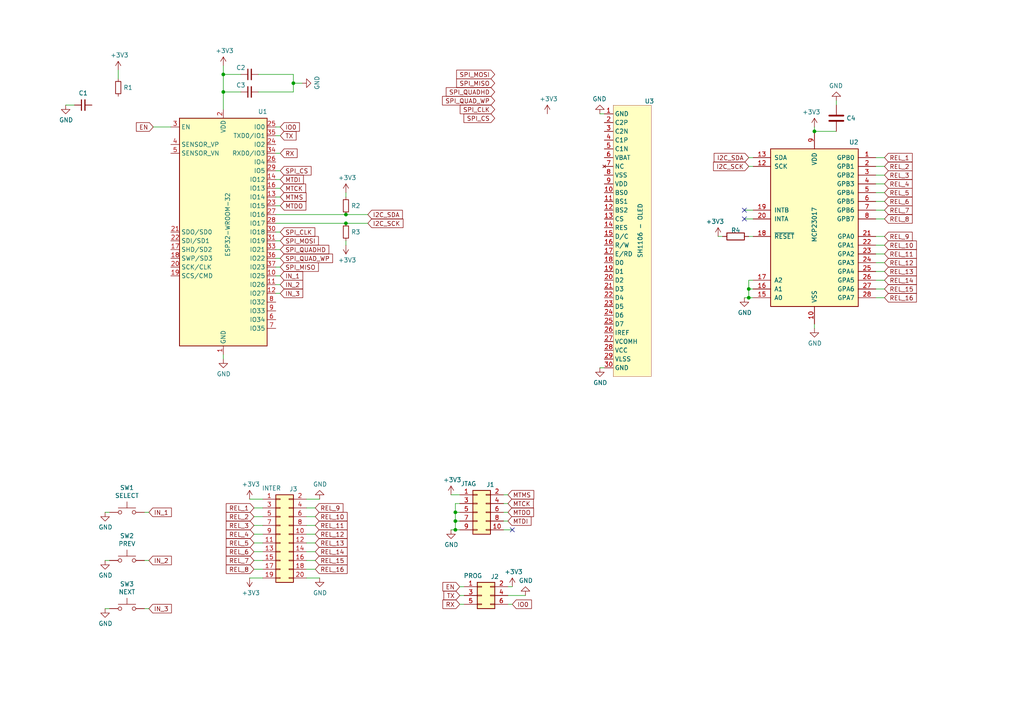
<source format=kicad_sch>
(kicad_sch (version 20210126) (generator eeschema)
  (paper "A4")
  (lib_symbols
    (symbol "Connector_Generic:Conn_02x03_Odd_Even" (pin_names (offset 1.016) hide)
      (property "Reference" "J" (at 1.27 5.08 0))
      (property "Value" "Conn_02x03_Odd_Even" (at 1.27 -5.08 0))
      (symbol "Conn_02x03_Odd_Even_1_1"
        (rectangle (start -1.27 -2.413) (end 0 -2.667) (stroke (width 0.1524)))
        (rectangle (start -1.27 2.667) (end 0 2.413) (stroke (width 0.1524)))
        (rectangle (start -1.27 3.81) (end 3.81 -3.81) (stroke (width 0.254)) (fill (type background)))
        (rectangle (start -1.27 0.127) (end 0 -0.127) (stroke (width 0.1524)))
        (rectangle (start 3.81 -2.413) (end 2.54 -2.667) (stroke (width 0.1524)))
        (rectangle (start 3.81 2.667) (end 2.54 2.413) (stroke (width 0.1524)))
        (rectangle (start 3.81 0.127) (end 2.54 -0.127) (stroke (width 0.1524)))
        (pin passive line (at -5.08 2.54 0) (length 3.81) (name "Pin_1") (number "1"))
        (pin passive line (at 7.62 2.54 180) (length 3.81) (name "Pin_2") (number "2"))
        (pin passive line (at -5.08 0 0) (length 3.81) (name "Pin_3") (number "3"))
        (pin passive line (at 7.62 0 180) (length 3.81) (name "Pin_4") (number "4"))
        (pin passive line (at -5.08 -2.54 0) (length 3.81) (name "Pin_5") (number "5"))
        (pin passive line (at 7.62 -2.54 180) (length 3.81) (name "Pin_6") (number "6"))
      )
    )
    (symbol "Connector_Generic:Conn_02x05_Odd_Even" (pin_names (offset 1.016) hide)
      (property "Reference" "J" (at 1.27 7.62 0))
      (property "Value" "Conn_02x05_Odd_Even" (at 1.27 -7.62 0))
      (symbol "Conn_02x05_Odd_Even_1_1"
        (rectangle (start -1.27 -4.953) (end 0 -5.207) (stroke (width 0.1524)))
        (rectangle (start -1.27 -2.413) (end 0 -2.667) (stroke (width 0.1524)))
        (rectangle (start -1.27 2.667) (end 0 2.413) (stroke (width 0.1524)))
        (rectangle (start -1.27 5.207) (end 0 4.953) (stroke (width 0.1524)))
        (rectangle (start -1.27 6.35) (end 3.81 -6.35) (stroke (width 0.254)) (fill (type background)))
        (rectangle (start -1.27 0.127) (end 0 -0.127) (stroke (width 0.1524)))
        (rectangle (start 3.81 -4.953) (end 2.54 -5.207) (stroke (width 0.1524)))
        (rectangle (start 3.81 -2.413) (end 2.54 -2.667) (stroke (width 0.1524)))
        (rectangle (start 3.81 2.667) (end 2.54 2.413) (stroke (width 0.1524)))
        (rectangle (start 3.81 5.207) (end 2.54 4.953) (stroke (width 0.1524)))
        (rectangle (start 3.81 0.127) (end 2.54 -0.127) (stroke (width 0.1524)))
        (pin passive line (at -5.08 5.08 0) (length 3.81) (name "Pin_1") (number "1"))
        (pin passive line (at 7.62 -5.08 180) (length 3.81) (name "Pin_10") (number "10"))
        (pin passive line (at 7.62 5.08 180) (length 3.81) (name "Pin_2") (number "2"))
        (pin passive line (at -5.08 2.54 0) (length 3.81) (name "Pin_3") (number "3"))
        (pin passive line (at 7.62 2.54 180) (length 3.81) (name "Pin_4") (number "4"))
        (pin passive line (at -5.08 0 0) (length 3.81) (name "Pin_5") (number "5"))
        (pin passive line (at 7.62 0 180) (length 3.81) (name "Pin_6") (number "6"))
        (pin passive line (at -5.08 -2.54 0) (length 3.81) (name "Pin_7") (number "7"))
        (pin passive line (at 7.62 -2.54 180) (length 3.81) (name "Pin_8") (number "8"))
        (pin passive line (at -5.08 -5.08 0) (length 3.81) (name "Pin_9") (number "9"))
      )
    )
    (symbol "Connector_Generic:Conn_02x10_Odd_Even" (pin_names (offset 1.016) hide)
      (property "Reference" "J" (at 1.27 12.7 0))
      (property "Value" "Conn_02x10_Odd_Even" (at 1.27 -15.24 0))
      (symbol "Conn_02x10_Odd_Even_1_1"
        (rectangle (start -1.27 -4.953) (end 0 -5.207) (stroke (width 0.1524)))
        (rectangle (start -1.27 -7.493) (end 0 -7.747) (stroke (width 0.1524)))
        (rectangle (start -1.27 -10.033) (end 0 -10.287) (stroke (width 0.1524)))
        (rectangle (start -1.27 -12.573) (end 0 -12.827) (stroke (width 0.1524)))
        (rectangle (start -1.27 -2.413) (end 0 -2.667) (stroke (width 0.1524)))
        (rectangle (start -1.27 2.667) (end 0 2.413) (stroke (width 0.1524)))
        (rectangle (start -1.27 5.207) (end 0 4.953) (stroke (width 0.1524)))
        (rectangle (start -1.27 7.747) (end 0 7.493) (stroke (width 0.1524)))
        (rectangle (start -1.27 10.287) (end 0 10.033) (stroke (width 0.1524)))
        (rectangle (start -1.27 11.43) (end 3.81 -13.97) (stroke (width 0.254)) (fill (type background)))
        (rectangle (start -1.27 0.127) (end 0 -0.127) (stroke (width 0.1524)))
        (rectangle (start 3.81 -4.953) (end 2.54 -5.207) (stroke (width 0.1524)))
        (rectangle (start 3.81 -7.493) (end 2.54 -7.747) (stroke (width 0.1524)))
        (rectangle (start 3.81 -10.033) (end 2.54 -10.287) (stroke (width 0.1524)))
        (rectangle (start 3.81 -12.573) (end 2.54 -12.827) (stroke (width 0.1524)))
        (rectangle (start 3.81 -2.413) (end 2.54 -2.667) (stroke (width 0.1524)))
        (rectangle (start 3.81 2.667) (end 2.54 2.413) (stroke (width 0.1524)))
        (rectangle (start 3.81 5.207) (end 2.54 4.953) (stroke (width 0.1524)))
        (rectangle (start 3.81 7.747) (end 2.54 7.493) (stroke (width 0.1524)))
        (rectangle (start 3.81 10.287) (end 2.54 10.033) (stroke (width 0.1524)))
        (rectangle (start 3.81 0.127) (end 2.54 -0.127) (stroke (width 0.1524)))
        (pin passive line (at -5.08 10.16 0) (length 3.81) (name "Pin_1") (number "1"))
        (pin passive line (at 7.62 0 180) (length 3.81) (name "Pin_10") (number "10"))
        (pin passive line (at -5.08 -2.54 0) (length 3.81) (name "Pin_11") (number "11"))
        (pin passive line (at 7.62 -2.54 180) (length 3.81) (name "Pin_12") (number "12"))
        (pin passive line (at -5.08 -5.08 0) (length 3.81) (name "Pin_13") (number "13"))
        (pin passive line (at 7.62 -5.08 180) (length 3.81) (name "Pin_14") (number "14"))
        (pin passive line (at -5.08 -7.62 0) (length 3.81) (name "Pin_15") (number "15"))
        (pin passive line (at 7.62 -7.62 180) (length 3.81) (name "Pin_16") (number "16"))
        (pin passive line (at -5.08 -10.16 0) (length 3.81) (name "Pin_17") (number "17"))
        (pin passive line (at 7.62 -10.16 180) (length 3.81) (name "Pin_18") (number "18"))
        (pin passive line (at -5.08 -12.7 0) (length 3.81) (name "Pin_19") (number "19"))
        (pin passive line (at 7.62 10.16 180) (length 3.81) (name "Pin_2") (number "2"))
        (pin passive line (at 7.62 -12.7 180) (length 3.81) (name "Pin_20") (number "20"))
        (pin passive line (at -5.08 7.62 0) (length 3.81) (name "Pin_3") (number "3"))
        (pin passive line (at 7.62 7.62 180) (length 3.81) (name "Pin_4") (number "4"))
        (pin passive line (at -5.08 5.08 0) (length 3.81) (name "Pin_5") (number "5"))
        (pin passive line (at 7.62 5.08 180) (length 3.81) (name "Pin_6") (number "6"))
        (pin passive line (at -5.08 2.54 0) (length 3.81) (name "Pin_7") (number "7"))
        (pin passive line (at 7.62 2.54 180) (length 3.81) (name "Pin_8") (number "8"))
        (pin passive line (at -5.08 0 0) (length 3.81) (name "Pin_9") (number "9"))
      )
    )
    (symbol "Device:C" (pin_numbers hide) (pin_names (offset 0.254))
      (property "Reference" "C" (at 0.635 2.54 0))
      (property "Value" "C" (at 0.635 -2.54 0))
      (symbol "C_0_1"
        (polyline (pts (xy -2.032 -0.762) (xy 2.032 -0.762)) (stroke (width 0.508)))
        (polyline (pts (xy -2.032 0.762) (xy 2.032 0.762)) (stroke (width 0.508)))
      )
      (symbol "C_1_1"
        (pin passive line (at 0 3.81 270) (length 2.794) (name "~") (number "1"))
        (pin passive line (at 0 -3.81 90) (length 2.794) (name "~") (number "2"))
      )
    )
    (symbol "Device:C_Small" (pin_numbers hide) (pin_names (offset 0.254) hide)
      (property "Reference" "C" (at 0.254 1.778 0))
      (property "Value" "C_Small" (at 0.254 -2.032 0))
      (symbol "C_Small_0_1"
        (polyline (pts (xy -1.524 -0.508) (xy 1.524 -0.508)) (stroke (width 0.3302)))
        (polyline (pts (xy -1.524 0.508) (xy 1.524 0.508)) (stroke (width 0.3048)))
      )
      (symbol "C_Small_1_1"
        (pin passive line (at 0 2.54 270) (length 2.032) (name "~") (number "1"))
        (pin passive line (at 0 -2.54 90) (length 2.032) (name "~") (number "2"))
      )
    )
    (symbol "Device:R" (pin_numbers hide) (pin_names (offset 0))
      (property "Reference" "R" (at 2.032 0 90))
      (property "Value" "R" (at 0 0 90))
      (symbol "R_0_1"
        (rectangle (start -1.016 -2.54) (end 1.016 2.54) (stroke (width 0.254)))
      )
      (symbol "R_1_1"
        (pin passive line (at 0 3.81 270) (length 1.27) (name "~") (number "1"))
        (pin passive line (at 0 -3.81 90) (length 1.27) (name "~") (number "2"))
      )
    )
    (symbol "Device:R_Small" (pin_numbers hide) (pin_names (offset 0.254) hide)
      (property "Reference" "R" (at 0.762 0.508 0))
      (property "Value" "R_Small" (at 0.762 -1.016 0))
      (symbol "R_Small_0_1"
        (rectangle (start -0.762 1.778) (end 0.762 -1.778) (stroke (width 0.2032)))
      )
      (symbol "R_Small_1_1"
        (pin passive line (at 0 2.54 270) (length 0.762) (name "~") (number "1"))
        (pin passive line (at 0 -2.54 90) (length 0.762) (name "~") (number "2"))
      )
    )
    (symbol "Interface_Expansion:MCP23017_SO" (pin_names (offset 1.016))
      (property "Reference" "U" (at -11.43 24.13 0))
      (property "Value" "MCP23017_SO" (at 0 0 0))
      (symbol "MCP23017_SO_0_1"
        (rectangle (start -12.7 22.86) (end 12.7 -22.86) (stroke (width 0.254)) (fill (type background)))
      )
      (symbol "MCP23017_SO_1_1"
        (pin bidirectional line (at 17.78 20.32 180) (length 5.08) (name "GPB0") (number "1"))
        (pin power_in line (at 0 -27.94 90) (length 5.08) (name "VSS") (number "10"))
        (pin no_connect line (at -12.7 15.24 0) (length 5.08) hide (name "NC") (number "11"))
        (pin input line (at -17.78 17.78 0) (length 5.08) (name "SCK") (number "12"))
        (pin bidirectional line (at -17.78 20.32 0) (length 5.08) (name "SDA") (number "13"))
        (pin no_connect line (at -12.7 12.7 0) (length 5.08) hide (name "NC") (number "14"))
        (pin input line (at -17.78 -20.32 0) (length 5.08) (name "A0") (number "15"))
        (pin input line (at -17.78 -17.78 0) (length 5.08) (name "A1") (number "16"))
        (pin input line (at -17.78 -15.24 0) (length 5.08) (name "A2") (number "17"))
        (pin input line (at -17.78 -2.54 0) (length 5.08) (name "~RESET~") (number "18"))
        (pin tri_state line (at -17.78 5.08 0) (length 5.08) (name "INTB") (number "19"))
        (pin bidirectional line (at 17.78 17.78 180) (length 5.08) (name "GPB1") (number "2"))
        (pin tri_state line (at -17.78 2.54 0) (length 5.08) (name "INTA") (number "20"))
        (pin bidirectional line (at 17.78 -2.54 180) (length 5.08) (name "GPA0") (number "21"))
        (pin bidirectional line (at 17.78 -5.08 180) (length 5.08) (name "GPA1") (number "22"))
        (pin bidirectional line (at 17.78 -7.62 180) (length 5.08) (name "GPA2") (number "23"))
        (pin bidirectional line (at 17.78 -10.16 180) (length 5.08) (name "GPA3") (number "24"))
        (pin bidirectional line (at 17.78 -12.7 180) (length 5.08) (name "GPA4") (number "25"))
        (pin bidirectional line (at 17.78 -15.24 180) (length 5.08) (name "GPA5") (number "26"))
        (pin bidirectional line (at 17.78 -17.78 180) (length 5.08) (name "GPA6") (number "27"))
        (pin bidirectional line (at 17.78 -20.32 180) (length 5.08) (name "GPA7") (number "28"))
        (pin bidirectional line (at 17.78 15.24 180) (length 5.08) (name "GPB2") (number "3"))
        (pin bidirectional line (at 17.78 12.7 180) (length 5.08) (name "GPB3") (number "4"))
        (pin bidirectional line (at 17.78 10.16 180) (length 5.08) (name "GPB4") (number "5"))
        (pin bidirectional line (at 17.78 7.62 180) (length 5.08) (name "GPB5") (number "6"))
        (pin bidirectional line (at 17.78 5.08 180) (length 5.08) (name "GPB6") (number "7"))
        (pin bidirectional line (at 17.78 2.54 180) (length 5.08) (name "GPB7") (number "8"))
        (pin power_in line (at 0 27.94 270) (length 5.08) (name "VDD") (number "9"))
      )
    )
    (symbol "LC:SH1106"
      (property "Reference" "U" (at 8.4836 1.8796 0))
      (property "Value" "SH1106" (at 2.0828 2.032 0))
      (symbol "SH1106_0_0"
        (pin input line (at -4.1656 -4.6228 0) (length 2.54) (name "C2P") (number "2"))
        (pin input line (at -4.1656 -7.1628 0) (length 2.54) (name "C2N") (number "3"))
        (pin input line (at -4.1656 -9.7028 0) (length 2.54) (name "C1P") (number "4"))
        (pin input line (at -4.1656 -12.2428 0) (length 2.54) (name "C1N") (number "5"))
        (pin input line (at -4.1656 -14.7828 0) (length 2.54) (name "VBAT") (number "6"))
        (pin no_connect line (at -4.1656 -17.3228 0) (length 2.54) (name "NC") (number "7"))
        (pin input line (at -4.1656 -19.8628 0) (length 2.54) (name "VSS") (number "8"))
        (pin input line (at -4.1656 -22.4028 0) (length 2.54) (name "VDD") (number "9"))
        (pin input line (at -4.1656 -24.9428 0) (length 2.54) (name "BS0") (number "10"))
        (pin input line (at -4.1656 -27.4828 0) (length 2.54) (name "BS1") (number "11"))
        (pin input line (at -4.1656 -30.0228 0) (length 2.54) (name "BS2") (number "12"))
        (pin input line (at -4.1656 -32.5628 0) (length 2.54) (name "CS") (number "13"))
        (pin input line (at -4.1656 -35.1028 0) (length 2.54) (name "RES") (number "14"))
        (pin input line (at -4.1656 -37.6428 0) (length 2.54) (name "D/C") (number "15"))
        (pin input line (at -4.1656 -40.1828 0) (length 2.54) (name "R/W") (number "16"))
        (pin input line (at -4.1656 -42.7228 0) (length 2.54) (name "E/RD") (number "17"))
        (pin input line (at -4.1656 -45.2628 0) (length 2.54) (name "D0") (number "18"))
        (pin input line (at -4.1656 -47.8028 0) (length 2.54) (name "D1") (number "19"))
        (pin input line (at -4.1656 -50.3428 0) (length 2.54) (name "D2") (number "20"))
        (pin input line (at -4.1656 -52.8828 0) (length 2.54) (name "D3") (number "21"))
        (pin input line (at -4.1656 -55.4228 0) (length 2.54) (name "D4") (number "22"))
        (pin input line (at -4.1656 -57.9628 0) (length 2.54) (name "D5") (number "23"))
        (pin input line (at -4.1656 -60.5028 0) (length 2.54) (name "D6") (number "24"))
        (pin input line (at -4.1656 -63.0428 0) (length 2.54) (name "D7") (number "25"))
        (pin input line (at -4.1656 -65.5828 0) (length 2.54) (name "IREF") (number "26"))
        (pin input line (at -4.1656 -68.1228 0) (length 2.54) (name "VCOMH") (number "27"))
        (pin input line (at -4.1656 -70.6628 0) (length 2.54) (name "VCC") (number "28"))
        (pin input line (at -4.1656 -73.2028 0) (length 2.54) (name "VLSS") (number "29"))
        (pin input line (at -4.1656 -75.7428 0) (length 2.54) (name "GND") (number "30"))
      )
      (symbol "SH1106_0_1"
        (rectangle (start -1.5748 0.4064) (end 9.4488 -78.2828) (stroke (width 0.0006)) (fill (type background)))
      )
      (symbol "SH1106_1_1"
        (pin input line (at -4.1656 -2.0828 0) (length 2.54) (name "GND") (number "1"))
      )
    )
    (symbol "RF_Module:ESP32-WROOM-32D"
      (property "Reference" "U" (at -12.7 34.29 0))
      (property "Value" "ESP32-WROOM-32D" (at 1.27 34.29 0))
      (symbol "ESP32-WROOM-32D_0_1"
        (rectangle (start -12.7 33.02) (end 12.7 -33.02) (stroke (width 0.254)) (fill (type background)))
      )
      (symbol "ESP32-WROOM-32D_1_1"
        (pin power_in line (at 0 -35.56 90) (length 2.54) (name "GND") (number "1"))
        (pin bidirectional line (at 15.24 -12.7 180) (length 2.54) (name "IO25") (number "10"))
        (pin bidirectional line (at 15.24 -15.24 180) (length 2.54) (name "IO26") (number "11"))
        (pin bidirectional line (at 15.24 -17.78 180) (length 2.54) (name "IO27") (number "12"))
        (pin bidirectional line (at 15.24 10.16 180) (length 2.54) (name "IO14") (number "13"))
        (pin bidirectional line (at 15.24 15.24 180) (length 2.54) (name "IO12") (number "14"))
        (pin passive line (at 0 -35.56 90) (length 2.54) hide (name "GND") (number "15"))
        (pin bidirectional line (at 15.24 12.7 180) (length 2.54) (name "IO13") (number "16"))
        (pin bidirectional line (at -15.24 -5.08 0) (length 2.54) (name "SHD/SD2") (number "17"))
        (pin bidirectional line (at -15.24 -7.62 0) (length 2.54) (name "SWP/SD3") (number "18"))
        (pin bidirectional line (at -15.24 -12.7 0) (length 2.54) (name "SCS/CMD") (number "19"))
        (pin power_in line (at 0 35.56 270) (length 2.54) (name "VDD") (number "2"))
        (pin bidirectional line (at -15.24 -10.16 0) (length 2.54) (name "SCK/CLK") (number "20"))
        (pin bidirectional line (at -15.24 0 0) (length 2.54) (name "SDO/SD0") (number "21"))
        (pin bidirectional line (at -15.24 -2.54 0) (length 2.54) (name "SDI/SD1") (number "22"))
        (pin bidirectional line (at 15.24 7.62 180) (length 2.54) (name "IO15") (number "23"))
        (pin bidirectional line (at 15.24 25.4 180) (length 2.54) (name "IO2") (number "24"))
        (pin bidirectional line (at 15.24 30.48 180) (length 2.54) (name "IO0") (number "25"))
        (pin bidirectional line (at 15.24 20.32 180) (length 2.54) (name "IO4") (number "26"))
        (pin bidirectional line (at 15.24 5.08 180) (length 2.54) (name "IO16") (number "27"))
        (pin bidirectional line (at 15.24 2.54 180) (length 2.54) (name "IO17") (number "28"))
        (pin bidirectional line (at 15.24 17.78 180) (length 2.54) (name "IO5") (number "29"))
        (pin input line (at -15.24 30.48 0) (length 2.54) (name "EN") (number "3"))
        (pin bidirectional line (at 15.24 0 180) (length 2.54) (name "IO18") (number "30"))
        (pin bidirectional line (at 15.24 -2.54 180) (length 2.54) (name "IO19") (number "31"))
        (pin no_connect line (at -12.7 -27.94 0) (length 2.54) hide (name "NC") (number "32"))
        (pin bidirectional line (at 15.24 -5.08 180) (length 2.54) (name "IO21") (number "33"))
        (pin bidirectional line (at 15.24 22.86 180) (length 2.54) (name "RXD0/IO3") (number "34"))
        (pin bidirectional line (at 15.24 27.94 180) (length 2.54) (name "TXD0/IO1") (number "35"))
        (pin bidirectional line (at 15.24 -7.62 180) (length 2.54) (name "IO22") (number "36"))
        (pin bidirectional line (at 15.24 -10.16 180) (length 2.54) (name "IO23") (number "37"))
        (pin passive line (at 0 -35.56 90) (length 2.54) hide (name "GND") (number "38"))
        (pin passive line (at 0 -35.56 90) (length 2.54) hide (name "GND") (number "39"))
        (pin input line (at -15.24 25.4 0) (length 2.54) (name "SENSOR_VP") (number "4"))
        (pin input line (at -15.24 22.86 0) (length 2.54) (name "SENSOR_VN") (number "5"))
        (pin input line (at 15.24 -25.4 180) (length 2.54) (name "IO34") (number "6"))
        (pin input line (at 15.24 -27.94 180) (length 2.54) (name "IO35") (number "7"))
        (pin bidirectional line (at 15.24 -20.32 180) (length 2.54) (name "IO32") (number "8"))
        (pin bidirectional line (at 15.24 -22.86 180) (length 2.54) (name "IO33") (number "9"))
      )
    )
    (symbol "Switch:SW_Push" (pin_numbers hide) (pin_names (offset 1.016) hide)
      (property "Reference" "SW" (at 1.27 2.54 0))
      (property "Value" "SW_Push" (at 0 -1.524 0))
      (symbol "SW_Push_0_1"
        (circle (center -2.032 0) (radius 0.508))
        (circle (center 2.032 0) (radius 0.508))
        (polyline (pts (xy 0 1.27) (xy 0 3.048)))
        (polyline (pts (xy 2.54 1.27) (xy -2.54 1.27)))
        (pin passive line (at -5.08 0 0) (length 2.54) (name "1") (number "1"))
        (pin passive line (at 5.08 0 180) (length 2.54) (name "2") (number "2"))
      )
    )
    (symbol "power:+3V3" (power) (pin_names (offset 0))
      (property "Value" "+3V3" (at 0 3.556 0))
      (symbol "+3V3_0_1"
        (polyline (pts (xy -0.762 1.27) (xy 0 2.54)))
        (polyline (pts (xy 0 0) (xy 0 2.54)))
        (polyline (pts (xy 0 2.54) (xy 0.762 1.27)))
      )
      (symbol "+3V3_1_1"
        (pin power_in line (at 0 0 90) (length 0) hide (name "+3V3") (number "1"))
      )
    )
    (symbol "power:GND" (power) (pin_names (offset 0))
      (property "Value" "GND" (at 0 -3.81 0))
      (symbol "GND_0_1"
        (polyline (pts (xy 0 0) (xy 0 -1.27) (xy 1.27 -1.27) (xy 0 -2.54) (xy -1.27 -1.27) (xy 0 -1.27)))
      )
      (symbol "GND_1_1"
        (pin power_in line (at 0 0 270) (length 0) hide (name "GND") (number "1"))
      )
    )
  )
  (junction (at 64.77 21.59) (diameter 0.9144))
  (junction (at 64.77 26.67) (diameter 0.9144))
  (junction (at 85.09 24.13) (diameter 0.9144))
  (junction (at 100.33 62.23) (diameter 0.9144))
  (junction (at 100.33 64.77) (diameter 0.9144))
  (junction (at 132.08 148.59) (diameter 0.9144))
  (junction (at 132.08 151.13) (diameter 0.9144))
  (junction (at 132.08 153.67) (diameter 0.9144))
  (junction (at 217.17 83.82) (diameter 0.9144))
  (junction (at 217.17 86.36) (diameter 0.9144))
  (junction (at 236.22 38.1) (diameter 0.9144))
  (no_connect (at 148.59 153.67))
  (no_connect (at 215.9 60.96))
  (no_connect (at 215.9 63.5))
  (wire (pts (xy 19.05 30.48) (xy 21.59 30.48)))
  (wire (pts (xy 30.48 148.59) (xy 31.75 148.59)))
  (wire (pts (xy 30.48 162.56) (xy 31.75 162.56)))
  (wire (pts (xy 30.48 176.53) (xy 31.75 176.53)))
  (wire (pts (xy 34.29 20.32) (xy 34.29 22.86)))
  (wire (pts (xy 41.91 148.59) (xy 43.18 148.59)))
  (wire (pts (xy 41.91 162.56) (xy 43.18 162.56)))
  (wire (pts (xy 41.91 176.53) (xy 43.18 176.53)))
  (wire (pts (xy 44.45 36.83) (xy 49.53 36.83)))
  (wire (pts (xy 64.77 19.05) (xy 64.77 21.59)))
  (wire (pts (xy 64.77 21.59) (xy 64.77 26.67)))
  (wire (pts (xy 64.77 21.59) (xy 69.85 21.59)))
  (wire (pts (xy 64.77 26.67) (xy 64.77 31.75)))
  (wire (pts (xy 64.77 26.67) (xy 69.85 26.67)))
  (wire (pts (xy 64.77 102.87) (xy 64.77 104.14)))
  (wire (pts (xy 72.39 144.78) (xy 76.2 144.78)))
  (wire (pts (xy 72.39 167.64) (xy 76.2 167.64)))
  (wire (pts (xy 73.66 147.32) (xy 76.2 147.32)))
  (wire (pts (xy 73.66 149.86) (xy 76.2 149.86)))
  (wire (pts (xy 73.66 152.4) (xy 76.2 152.4)))
  (wire (pts (xy 73.66 154.94) (xy 76.2 154.94)))
  (wire (pts (xy 73.66 157.48) (xy 76.2 157.48)))
  (wire (pts (xy 73.66 160.02) (xy 76.2 160.02)))
  (wire (pts (xy 73.66 162.56) (xy 76.2 162.56)))
  (wire (pts (xy 73.66 165.1) (xy 76.2 165.1)))
  (wire (pts (xy 74.93 21.59) (xy 85.09 21.59)))
  (wire (pts (xy 74.93 26.67) (xy 85.09 26.67)))
  (wire (pts (xy 80.01 36.83) (xy 81.28 36.83)))
  (wire (pts (xy 80.01 39.37) (xy 81.28 39.37)))
  (wire (pts (xy 80.01 44.45) (xy 81.28 44.45)))
  (wire (pts (xy 80.01 49.53) (xy 81.28 49.53)))
  (wire (pts (xy 80.01 52.07) (xy 81.28 52.07)))
  (wire (pts (xy 80.01 54.61) (xy 81.28 54.61)))
  (wire (pts (xy 80.01 57.15) (xy 81.28 57.15)))
  (wire (pts (xy 80.01 59.69) (xy 81.28 59.69)))
  (wire (pts (xy 80.01 62.23) (xy 100.33 62.23)))
  (wire (pts (xy 80.01 64.77) (xy 100.33 64.77)))
  (wire (pts (xy 80.01 67.31) (xy 81.28 67.31)))
  (wire (pts (xy 80.01 69.85) (xy 81.28 69.85)))
  (wire (pts (xy 80.01 72.39) (xy 81.28 72.39)))
  (wire (pts (xy 80.01 74.93) (xy 81.28 74.93)))
  (wire (pts (xy 80.01 77.47) (xy 81.28 77.47)))
  (wire (pts (xy 80.01 80.01) (xy 81.28 80.01)))
  (wire (pts (xy 80.01 82.55) (xy 81.28 82.55)))
  (wire (pts (xy 80.01 85.09) (xy 81.28 85.09)))
  (wire (pts (xy 85.09 21.59) (xy 85.09 24.13)))
  (wire (pts (xy 85.09 24.13) (xy 85.09 26.67)))
  (wire (pts (xy 85.09 24.13) (xy 87.63 24.13)))
  (wire (pts (xy 88.9 144.78) (xy 92.71 144.78)))
  (wire (pts (xy 88.9 147.32) (xy 91.44 147.32)))
  (wire (pts (xy 88.9 149.86) (xy 91.44 149.86)))
  (wire (pts (xy 88.9 152.4) (xy 91.44 152.4)))
  (wire (pts (xy 88.9 154.94) (xy 91.44 154.94)))
  (wire (pts (xy 88.9 157.48) (xy 91.44 157.48)))
  (wire (pts (xy 88.9 160.02) (xy 91.44 160.02)))
  (wire (pts (xy 88.9 162.56) (xy 91.44 162.56)))
  (wire (pts (xy 88.9 165.1) (xy 91.44 165.1)))
  (wire (pts (xy 88.9 167.64) (xy 92.71 167.64)))
  (wire (pts (xy 100.33 55.88) (xy 100.33 57.15)))
  (wire (pts (xy 100.33 62.23) (xy 106.68 62.23)))
  (wire (pts (xy 100.33 64.77) (xy 106.68 64.77)))
  (wire (pts (xy 100.33 69.85) (xy 100.33 71.12)))
  (wire (pts (xy 130.81 143.51) (xy 133.35 143.51)))
  (wire (pts (xy 130.81 153.67) (xy 132.08 153.67)))
  (wire (pts (xy 132.08 146.05) (xy 132.08 148.59)))
  (wire (pts (xy 132.08 148.59) (xy 132.08 151.13)))
  (wire (pts (xy 132.08 151.13) (xy 132.08 153.67)))
  (wire (pts (xy 132.08 153.67) (xy 133.35 153.67)))
  (wire (pts (xy 133.35 146.05) (xy 132.08 146.05)))
  (wire (pts (xy 133.35 148.59) (xy 132.08 148.59)))
  (wire (pts (xy 133.35 151.13) (xy 132.08 151.13)))
  (wire (pts (xy 133.35 170.18) (xy 134.62 170.18)))
  (wire (pts (xy 133.35 172.72) (xy 134.62 172.72)))
  (wire (pts (xy 133.35 175.26) (xy 134.62 175.26)))
  (wire (pts (xy 146.05 143.51) (xy 147.32 143.51)))
  (wire (pts (xy 146.05 146.05) (xy 147.32 146.05)))
  (wire (pts (xy 146.05 148.59) (xy 147.32 148.59)))
  (wire (pts (xy 146.05 151.13) (xy 147.32 151.13)))
  (wire (pts (xy 146.05 153.67) (xy 148.59 153.67)))
  (wire (pts (xy 147.32 170.18) (xy 148.59 170.18)))
  (wire (pts (xy 147.32 172.72) (xy 152.4 172.72)))
  (wire (pts (xy 147.32 175.26) (xy 148.59 175.26)))
  (wire (pts (xy 173.99 33.02) (xy 175.26 33.02)))
  (wire (pts (xy 173.99 106.68) (xy 175.26 106.68)))
  (wire (pts (xy 208.28 68.58) (xy 209.55 68.58)))
  (wire (pts (xy 215.9 60.96) (xy 218.44 60.96)))
  (wire (pts (xy 215.9 63.5) (xy 218.44 63.5)))
  (wire (pts (xy 215.9 86.36) (xy 217.17 86.36)))
  (wire (pts (xy 217.17 45.72) (xy 218.44 45.72)))
  (wire (pts (xy 217.17 48.26) (xy 218.44 48.26)))
  (wire (pts (xy 217.17 68.58) (xy 218.44 68.58)))
  (wire (pts (xy 217.17 81.28) (xy 217.17 83.82)))
  (wire (pts (xy 217.17 83.82) (xy 217.17 86.36)))
  (wire (pts (xy 217.17 86.36) (xy 218.44 86.36)))
  (wire (pts (xy 218.44 81.28) (xy 217.17 81.28)))
  (wire (pts (xy 218.44 83.82) (xy 217.17 83.82)))
  (wire (pts (xy 236.22 36.83) (xy 236.22 38.1)))
  (wire (pts (xy 236.22 38.1) (xy 242.57 38.1)))
  (wire (pts (xy 236.22 93.98) (xy 236.22 95.25)))
  (wire (pts (xy 242.57 29.21) (xy 242.57 30.48)))
  (wire (pts (xy 254 45.72) (xy 256.54 45.72)))
  (wire (pts (xy 254 48.26) (xy 256.54 48.26)))
  (wire (pts (xy 254 50.8) (xy 256.54 50.8)))
  (wire (pts (xy 254 53.34) (xy 256.54 53.34)))
  (wire (pts (xy 254 55.88) (xy 256.54 55.88)))
  (wire (pts (xy 254 58.42) (xy 256.54 58.42)))
  (wire (pts (xy 254 60.96) (xy 256.54 60.96)))
  (wire (pts (xy 254 63.5) (xy 256.54 63.5)))
  (wire (pts (xy 254 68.58) (xy 256.54 68.58)))
  (wire (pts (xy 254 71.12) (xy 256.54 71.12)))
  (wire (pts (xy 254 73.66) (xy 256.54 73.66)))
  (wire (pts (xy 254 76.2) (xy 256.54 76.2)))
  (wire (pts (xy 254 78.74) (xy 256.54 78.74)))
  (wire (pts (xy 254 81.28) (xy 256.54 81.28)))
  (wire (pts (xy 254 83.82) (xy 256.54 83.82)))
  (wire (pts (xy 254 86.36) (xy 256.54 86.36)))
  (global_label "IN_1" (shape input) (at 43.18 148.59 0) (property "Intersheet References" "${INTERSHEET_REFS}" (effects hide)))
  (global_label "IN_2" (shape input) (at 43.18 162.56 0) (property "Intersheet References" "${INTERSHEET_REFS}" (effects hide)))
  (global_label "IN_3" (shape input) (at 43.18 176.53 0) (property "Intersheet References" "${INTERSHEET_REFS}" (effects hide)))
  (global_label "EN" (shape input) (at 44.45 36.83 180) (property "Intersheet References" "${INTERSHEET_REFS}" (effects hide)))
  (global_label "REL_1" (shape input) (at 73.66 147.32 180) (property "Intersheet References" "${INTERSHEET_REFS}" (effects hide)))
  (global_label "REL_2" (shape input) (at 73.66 149.86 180) (property "Intersheet References" "${INTERSHEET_REFS}" (effects hide)))
  (global_label "REL_3" (shape input) (at 73.66 152.4 180) (property "Intersheet References" "${INTERSHEET_REFS}" (effects hide)))
  (global_label "REL_4" (shape input) (at 73.66 154.94 180) (property "Intersheet References" "${INTERSHEET_REFS}" (effects hide)))
  (global_label "REL_5" (shape input) (at 73.66 157.48 180) (property "Intersheet References" "${INTERSHEET_REFS}" (effects hide)))
  (global_label "REL_6" (shape input) (at 73.66 160.02 180) (property "Intersheet References" "${INTERSHEET_REFS}" (effects hide)))
  (global_label "REL_7" (shape input) (at 73.66 162.56 180) (property "Intersheet References" "${INTERSHEET_REFS}" (effects hide)))
  (global_label "REL_8" (shape input) (at 73.66 165.1 180) (property "Intersheet References" "${INTERSHEET_REFS}" (effects hide)))
  (global_label "IO0" (shape input) (at 81.28 36.83 0) (property "Intersheet References" "${INTERSHEET_REFS}" (effects hide)))
  (global_label "TX" (shape input) (at 81.28 39.37 0) (property "Intersheet References" "${INTERSHEET_REFS}" (effects hide)))
  (global_label "RX" (shape input) (at 81.28 44.45 0) (property "Intersheet References" "${INTERSHEET_REFS}" (effects hide)))
  (global_label "SPI_CS" (shape input) (at 81.28 49.53 0) (property "Intersheet References" "${INTERSHEET_REFS}" (effects hide)))
  (global_label "MTDI" (shape input) (at 81.28 52.07 0) (property "Intersheet References" "${INTERSHEET_REFS}" (effects hide)))
  (global_label "MTCK" (shape input) (at 81.28 54.61 0) (property "Intersheet References" "${INTERSHEET_REFS}" (effects hide)))
  (global_label "MTMS" (shape input) (at 81.28 57.15 0) (property "Intersheet References" "${INTERSHEET_REFS}" (effects hide)))
  (global_label "MTDO" (shape input) (at 81.28 59.69 0) (property "Intersheet References" "${INTERSHEET_REFS}" (effects hide)))
  (global_label "SPI_CLK" (shape input) (at 81.28 67.31 0) (property "Intersheet References" "${INTERSHEET_REFS}" (effects hide)))
  (global_label "SPI_MOSI" (shape input) (at 81.28 69.85 0) (property "Intersheet References" "${INTERSHEET_REFS}" (effects hide)))
  (global_label "SPI_QUADHD" (shape input) (at 81.28 72.39 0) (property "Intersheet References" "${INTERSHEET_REFS}" (effects hide)))
  (global_label "SPI_QUAD_WP" (shape input) (at 81.28 74.93 0) (property "Intersheet References" "${INTERSHEET_REFS}" (effects hide)))
  (global_label "SPI_MISO" (shape input) (at 81.28 77.47 0) (property "Intersheet References" "${INTERSHEET_REFS}" (effects hide)))
  (global_label "IN_1" (shape input) (at 81.28 80.01 0) (property "Intersheet References" "${INTERSHEET_REFS}" (effects hide)))
  (global_label "IN_2" (shape input) (at 81.28 82.55 0) (property "Intersheet References" "${INTERSHEET_REFS}" (effects hide)))
  (global_label "IN_3" (shape input) (at 81.28 85.09 0) (property "Intersheet References" "${INTERSHEET_REFS}" (effects hide)))
  (global_label "REL_9" (shape input) (at 91.44 147.32 0) (property "Intersheet References" "${INTERSHEET_REFS}" (effects hide)))
  (global_label "REL_10" (shape input) (at 91.44 149.86 0) (property "Intersheet References" "${INTERSHEET_REFS}" (effects hide)))
  (global_label "REL_11" (shape input) (at 91.44 152.4 0) (property "Intersheet References" "${INTERSHEET_REFS}" (effects hide)))
  (global_label "REL_12" (shape input) (at 91.44 154.94 0) (property "Intersheet References" "${INTERSHEET_REFS}" (effects hide)))
  (global_label "REL_13" (shape input) (at 91.44 157.48 0) (property "Intersheet References" "${INTERSHEET_REFS}" (effects hide)))
  (global_label "REL_14" (shape input) (at 91.44 160.02 0) (property "Intersheet References" "${INTERSHEET_REFS}" (effects hide)))
  (global_label "REL_15" (shape input) (at 91.44 162.56 0) (property "Intersheet References" "${INTERSHEET_REFS}" (effects hide)))
  (global_label "REL_16" (shape input) (at 91.44 165.1 0) (property "Intersheet References" "${INTERSHEET_REFS}" (effects hide)))
  (global_label "I2C_SDA" (shape input) (at 106.68 62.23 0) (property "Intersheet References" "${INTERSHEET_REFS}" (effects hide)))
  (global_label "I2C_SCK" (shape input) (at 106.68 64.77 0) (property "Intersheet References" "${INTERSHEET_REFS}" (effects hide)))
  (global_label "EN" (shape input) (at 133.35 170.18 180) (property "Intersheet References" "${INTERSHEET_REFS}" (effects hide)))
  (global_label "TX" (shape input) (at 133.35 172.72 180) (property "Intersheet References" "${INTERSHEET_REFS}" (effects hide)))
  (global_label "RX" (shape input) (at 133.35 175.26 180) (property "Intersheet References" "${INTERSHEET_REFS}" (effects hide)))
  (global_label "SPI_MOSI" (shape input) (at 143.51 21.59 180) (property "Intersheet References" "${INTERSHEET_REFS}" (effects hide)))
  (global_label "SPI_MISO" (shape input) (at 143.51 24.13 180) (property "Intersheet References" "${INTERSHEET_REFS}" (effects hide)))
  (global_label "SPI_QUADHD" (shape input) (at 143.51 26.67 180) (property "Intersheet References" "${INTERSHEET_REFS}" (effects hide)))
  (global_label "SPI_QUAD_WP" (shape input) (at 143.51 29.21 180) (property "Intersheet References" "${INTERSHEET_REFS}" (effects hide)))
  (global_label "SPI_CLK" (shape input) (at 143.51 31.75 180) (property "Intersheet References" "${INTERSHEET_REFS}" (effects hide)))
  (global_label "SPI_CS" (shape input) (at 143.51 34.29 180) (property "Intersheet References" "${INTERSHEET_REFS}" (effects hide)))
  (global_label "MTMS" (shape input) (at 147.32 143.51 0) (property "Intersheet References" "${INTERSHEET_REFS}" (effects hide)))
  (global_label "MTCK" (shape input) (at 147.32 146.05 0) (property "Intersheet References" "${INTERSHEET_REFS}" (effects hide)))
  (global_label "MTDO" (shape input) (at 147.32 148.59 0) (property "Intersheet References" "${INTERSHEET_REFS}" (effects hide)))
  (global_label "MTDI" (shape input) (at 147.32 151.13 0) (property "Intersheet References" "${INTERSHEET_REFS}" (effects hide)))
  (global_label "IO0" (shape input) (at 148.59 175.26 0) (property "Intersheet References" "${INTERSHEET_REFS}" (effects hide)))
  (global_label "I2C_SDA" (shape input) (at 217.17 45.72 180) (property "Intersheet References" "${INTERSHEET_REFS}" (effects hide)))
  (global_label "I2C_SCK" (shape input) (at 217.17 48.26 180) (property "Intersheet References" "${INTERSHEET_REFS}" (effects hide)))
  (global_label "REL_1" (shape input) (at 256.54 45.72 0) (property "Intersheet References" "${INTERSHEET_REFS}" (effects hide)))
  (global_label "REL_2" (shape input) (at 256.54 48.26 0) (property "Intersheet References" "${INTERSHEET_REFS}" (effects hide)))
  (global_label "REL_3" (shape input) (at 256.54 50.8 0) (property "Intersheet References" "${INTERSHEET_REFS}" (effects hide)))
  (global_label "REL_4" (shape input) (at 256.54 53.34 0) (property "Intersheet References" "${INTERSHEET_REFS}" (effects hide)))
  (global_label "REL_5" (shape input) (at 256.54 55.88 0) (property "Intersheet References" "${INTERSHEET_REFS}" (effects hide)))
  (global_label "REL_6" (shape input) (at 256.54 58.42 0) (property "Intersheet References" "${INTERSHEET_REFS}" (effects hide)))
  (global_label "REL_7" (shape input) (at 256.54 60.96 0) (property "Intersheet References" "${INTERSHEET_REFS}" (effects hide)))
  (global_label "REL_8" (shape input) (at 256.54 63.5 0) (property "Intersheet References" "${INTERSHEET_REFS}" (effects hide)))
  (global_label "REL_9" (shape input) (at 256.54 68.58 0) (property "Intersheet References" "${INTERSHEET_REFS}" (effects hide)))
  (global_label "REL_10" (shape input) (at 256.54 71.12 0) (property "Intersheet References" "${INTERSHEET_REFS}" (effects hide)))
  (global_label "REL_11" (shape input) (at 256.54 73.66 0) (property "Intersheet References" "${INTERSHEET_REFS}" (effects hide)))
  (global_label "REL_12" (shape input) (at 256.54 76.2 0) (property "Intersheet References" "${INTERSHEET_REFS}" (effects hide)))
  (global_label "REL_13" (shape input) (at 256.54 78.74 0) (property "Intersheet References" "${INTERSHEET_REFS}" (effects hide)))
  (global_label "REL_14" (shape input) (at 256.54 81.28 0) (property "Intersheet References" "${INTERSHEET_REFS}" (effects hide)))
  (global_label "REL_15" (shape input) (at 256.54 83.82 0) (property "Intersheet References" "${INTERSHEET_REFS}" (effects hide)))
  (global_label "REL_16" (shape input) (at 256.54 86.36 0) (property "Intersheet References" "${INTERSHEET_REFS}" (effects hide)))
  (symbol (lib_id "power:+3V3") (at 34.29 20.32 0) (unit 1)
    (property "Reference" "#PWR0104" (effects hide))
    (property "Value" "+3V3" (at 34.6583 15.9956 0))
  )
  (symbol (lib_id "power:+3V3") (at 64.77 19.05 0) (unit 1)
    (property "Reference" "#PWR0101" (effects hide))
    (property "Value" "+3V3" (at 65.1383 14.7256 0))
  )
  (symbol (lib_id "power:+3V3") (at 72.39 144.78 0) (unit 1)
    (property "Reference" "#PWR0111" (effects hide))
    (property "Value" "+3V3" (at 72.7583 140.4556 0))
  )
  (symbol (lib_id "power:+3V3") (at 72.39 167.64 0) (mirror x) (unit 1)
    (property "Reference" "#PWR0110" (effects hide))
    (property "Value" "+3V3" (at 72.7583 171.9644 0))
  )
  (symbol (lib_id "power:+3V3") (at 100.33 55.88 0) (unit 1)
    (property "Reference" "#PWR0106" (effects hide))
    (property "Value" "+3V3" (at 100.6983 51.5556 0))
  )
  (symbol (lib_id "power:+3V3") (at 100.33 71.12 0) (mirror x) (unit 1)
    (property "Reference" "#PWR0118" (effects hide))
    (property "Value" "+3V3" (at 100.6983 75.4444 0))
  )
  (symbol (lib_id "power:+3V3") (at 130.81 143.51 0) (unit 1)
    (property "Reference" "#PWR0114" (effects hide))
    (property "Value" "+3V3" (at 131.1783 139.1856 0))
  )
  (symbol (lib_id "power:+3V3") (at 148.59 170.18 0) (unit 1)
    (property "Reference" "#PWR0117" (effects hide))
    (property "Value" "+3V3" (at 148.9583 165.8556 0))
  )
  (symbol (lib_id "power:+3V3") (at 158.75 33.02 0) (unit 1)
    (property "Reference" "#PWR0122" (effects hide))
    (property "Value" "+3V3" (at 159.1183 28.6956 0))
  )
  (symbol (lib_id "power:+3V3") (at 208.28 68.58 0) (unit 1)
    (property "Reference" "#PWR0123" (effects hide))
    (property "Value" "+3V3" (at 207.3783 64.2556 0))
  )
  (symbol (lib_id "power:+3V3") (at 236.22 36.83 0) (unit 1)
    (property "Reference" "#PWR0119" (effects hide))
    (property "Value" "+3V3" (at 235.3183 32.5056 0))
  )
  (symbol (lib_id "power:GND") (at 19.05 30.48 0) (unit 1)
    (property "Reference" "#PWR0103" (effects hide))
    (property "Value" "GND" (at 19.1643 34.8044 0))
  )
  (symbol (lib_id "power:GND") (at 30.48 148.59 0) (unit 1)
    (property "Reference" "#PWR0109" (effects hide))
    (property "Value" "GND" (at 30.5943 152.9144 0))
  )
  (symbol (lib_id "power:GND") (at 30.48 162.56 0) (unit 1)
    (property "Reference" "#PWR0107" (effects hide))
    (property "Value" "GND" (at 30.5943 166.8844 0))
  )
  (symbol (lib_id "power:GND") (at 30.48 176.53 0) (unit 1)
    (property "Reference" "#PWR0108" (effects hide))
    (property "Value" "GND" (at 30.5943 180.8544 0))
  )
  (symbol (lib_id "power:GND") (at 64.77 104.14 0) (unit 1)
    (property "Reference" "#PWR0102" (effects hide))
    (property "Value" "GND" (at 64.8843 108.4644 0))
  )
  (symbol (lib_id "power:GND") (at 87.63 24.13 90) (unit 1)
    (property "Reference" "#PWR0105" (effects hide))
    (property "Value" "GND" (at 91.9544 24.0157 0))
  )
  (symbol (lib_id "power:GND") (at 92.71 144.78 0) (mirror x) (unit 1)
    (property "Reference" "#PWR0112" (effects hide))
    (property "Value" "GND" (at 92.8243 140.4556 0))
  )
  (symbol (lib_id "power:GND") (at 92.71 167.64 0) (unit 1)
    (property "Reference" "#PWR0113" (effects hide))
    (property "Value" "GND" (at 92.8243 171.9644 0))
  )
  (symbol (lib_id "power:GND") (at 130.81 153.67 0) (unit 1)
    (property "Reference" "#PWR0115" (effects hide))
    (property "Value" "GND" (at 130.9243 157.9944 0))
  )
  (symbol (lib_id "power:GND") (at 152.4 172.72 0) (mirror x) (unit 1)
    (property "Reference" "#PWR0116" (effects hide))
    (property "Value" "GND" (at 152.5143 168.3956 0))
  )
  (symbol (lib_id "power:GND") (at 173.99 33.02 180) (unit 1)
    (property "Reference" "#PWR0121" (effects hide))
    (property "Value" "GND" (at 173.8757 28.6956 0))
  )
  (symbol (lib_id "power:GND") (at 173.99 106.68 0) (unit 1)
    (property "Reference" "#PWR0126" (effects hide))
    (property "Value" "GND" (at 174.1043 111.0044 0))
  )
  (symbol (lib_id "power:GND") (at 215.9 86.36 0) (unit 1)
    (property "Reference" "#PWR0125" (effects hide))
    (property "Value" "GND" (at 216.0143 90.6844 0))
  )
  (symbol (lib_id "power:GND") (at 236.22 95.25 0) (unit 1)
    (property "Reference" "#PWR0124" (effects hide))
    (property "Value" "GND" (at 236.3343 99.5744 0))
  )
  (symbol (lib_id "power:GND") (at 242.57 29.21 180) (unit 1)
    (property "Reference" "#PWR0120" (effects hide))
    (property "Value" "GND" (at 242.4557 24.8856 0))
  )
  (symbol (lib_id "Device:R_Small") (at 34.29 25.4 0) (unit 1)
    (property "Reference" "R1" (at 35.7887 25.4 0) (effects (justify left)))
    (property "Value" "R_Small" (effects hide))
  )
  (symbol (lib_id "Device:R_Small") (at 100.33 59.69 0) (unit 1)
    (property "Reference" "R2" (at 101.8287 59.69 0) (effects (justify left)))
    (property "Value" "R_Small" (effects hide))
  )
  (symbol (lib_id "Device:R_Small") (at 100.33 67.31 0) (unit 1)
    (property "Reference" "R3" (at 101.8287 67.31 0) (effects (justify left)))
    (property "Value" "R_Small" (effects hide))
  )
  (symbol (lib_id "Device:R") (at 213.36 68.58 90) (unit 1)
    (property "Reference" "R4" (at 214.7506 66.8019 90) (effects (justify left)))
    (property "Value" "R" (effects hide))
  )
  (symbol (lib_id "Device:C_Small") (at 24.13 30.48 90) (unit 1)
    (property "Reference" "C1" (at 24.13 27.0065 90))
    (property "Value" "C_Small" (effects hide))
  )
  (symbol (lib_id "Device:C_Small") (at 72.39 21.59 90) (unit 1)
    (property "Reference" "C2" (at 69.85 19.6277 90))
    (property "Value" "C_Small" (effects hide))
  )
  (symbol (lib_id "Device:C_Small") (at 72.39 26.67 90) (unit 1)
    (property "Reference" "C3" (at 69.85 24.7077 90))
    (property "Value" "C_Small" (effects hide))
  )
  (symbol (lib_id "Device:C") (at 242.57 34.29 0) (unit 1)
    (property "Reference" "C4" (at 245.4911 34.29 0) (effects (justify left)))
    (property "Value" "C" (effects hide))
  )
  (symbol (lib_id "Switch:SW_Push") (at 36.83 148.59 0) (unit 1)
    (property "Reference" "SW1" (at 36.83 141.4592 0))
    (property "Value" "SELECT" (at 36.83 143.7572 0))
  )
  (symbol (lib_id "Switch:SW_Push") (at 36.83 162.56 0) (unit 1)
    (property "Reference" "SW2" (at 36.8304 155.4286 0))
    (property "Value" "PREV" (at 36.8304 157.7276 0))
  )
  (symbol (lib_id "Switch:SW_Push") (at 36.83 176.53 0) (unit 1)
    (property "Reference" "SW3" (at 36.8296 169.3986 0))
    (property "Value" "NEXT" (at 36.8296 171.6976 0))
  )
  (symbol (lib_id "Connector_Generic:Conn_02x03_Odd_Even") (at 139.7 172.72 0) (unit 1)
    (property "Reference" "J2" (at 143.51 167.2398 0))
    (property "Value" "PROG" (at 137.16 166.9985 0))
  )
  (symbol (lib_id "Connector_Generic:Conn_02x05_Odd_Even") (at 138.43 148.59 0) (unit 1)
    (property "Reference" "J1" (at 142.24 140.5698 0))
    (property "Value" "JTAG" (at 135.89 140.3285 0))
  )
  (symbol (lib_id "Connector_Generic:Conn_02x10_Odd_Even") (at 81.28 154.94 0) (unit 1)
    (property "Reference" "J3" (at 85.09 141.8398 0))
    (property "Value" "INTER" (at 78.74 141.5985 0))
  )
  (symbol (lib_id "LC:SH1106") (at 179.4256 30.9372 0) (unit 1)
    (property "Reference" "U3" (at 186.97 29.3558 0) (effects (justify left)))
    (property "Value" "SH1106 - OLED" (at 185.6998 74.8347 90) (effects (justify left)))
    (property "Datasheet" "https://www.velleman.eu/downloads/29/infosheets/sh1106_datasheet.pdf" (effects hide))
  )
  (symbol (lib_id "Interface_Expansion:MCP23017_SO") (at 236.22 66.04 0) (unit 1)
    (property "Reference" "U2" (at 247.6502 41.2558 0))
    (property "Value" "MCP23017" (at 236.22 65.1445 90))
    (property "Footprint" "Package_SO:SOIC-28W_7.5x17.9mm_P1.27mm" (effects hide))
    (property "Datasheet" "http://ww1.microchip.com/downloads/en/DeviceDoc/20001952C.pdf" (effects hide))
  )
  (symbol (lib_id "RF_Module:ESP32-WROOM-32D") (at 64.77 67.31 0) (unit 1)
    (property "Reference" "U1" (at 76.1998 32.3654 0))
    (property "Value" "ESP32-WROOM-32" (at 66.04 65.1445 90))
    (property "Footprint" "RF_Module:ESP32-WROOM-32" (effects hide))
    (property "Datasheet" "https://www.espressif.com/sites/default/files/documentation/esp32-wroom-32d_esp32-wroom-32u_datasheet_en.pdf" (effects hide))
  )
)
</source>
